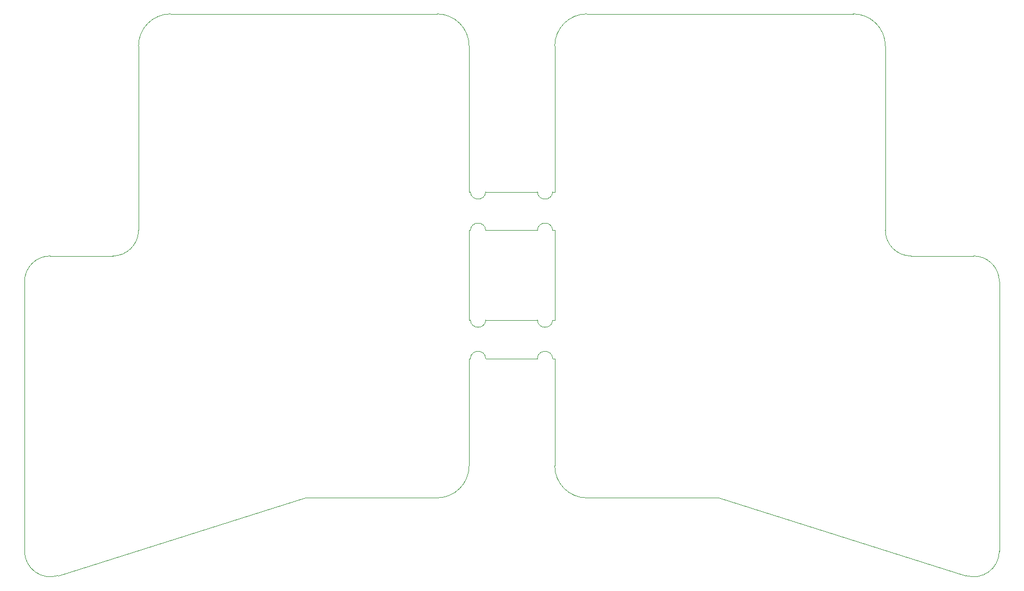
<source format=gbr>
%TF.GenerationSoftware,KiCad,Pcbnew,8.0.8*%
%TF.CreationDate,2025-01-29T21:57:57-05:00*%
%TF.ProjectId,rasgueado_thumbs,72617367-7565-4616-946f-5f7468756d62,rev?*%
%TF.SameCoordinates,Original*%
%TF.FileFunction,Profile,NP*%
%FSLAX46Y46*%
G04 Gerber Fmt 4.6, Leading zero omitted, Abs format (unit mm)*
G04 Created by KiCad (PCBNEW 8.0.8) date 2025-01-29 21:57:57*
%MOMM*%
%LPD*%
G01*
G04 APERTURE LIST*
%TA.AperFunction,Profile*%
%ADD10C,0.050000*%
%TD*%
G04 APERTURE END LIST*
D10*
X154999956Y-109262100D02*
X154686445Y-109262100D01*
X86158900Y-99262100D02*
X76408900Y-99262100D01*
X141856329Y-89262100D02*
X141658870Y-89262100D01*
X144255445Y-115261700D02*
X152287329Y-115261700D01*
X141658900Y-132000000D02*
X141658870Y-115261700D01*
X72408900Y-103262100D02*
X72408900Y-145310619D01*
X154999956Y-89262100D02*
X154686445Y-89262100D01*
X141658900Y-132000000D02*
G75*
G02*
X136658900Y-137000000I-5000000J0D01*
G01*
X141658870Y-95261700D02*
X141856329Y-95261700D01*
X136658900Y-61500000D02*
X95158900Y-61500000D01*
X136658900Y-61500000D02*
G75*
G02*
X141658900Y-66500000I0J-5000000D01*
G01*
X152287329Y-95261700D02*
G75*
G02*
X154686445Y-95261700I1199558J-75199D01*
G01*
X154686445Y-89262100D02*
G75*
G02*
X152287329Y-89262100I-1199558J75200D01*
G01*
X141856329Y-109262100D02*
X141658870Y-109262100D01*
X152287329Y-89262100D02*
X144255445Y-89262100D01*
X90158900Y-66500000D02*
G75*
G02*
X95158900Y-61500000I5000000J0D01*
G01*
X136658900Y-137000000D02*
X116158900Y-137000000D01*
X152287329Y-115261700D02*
G75*
G02*
X154686445Y-115261700I1199558J-75199D01*
G01*
X141658900Y-66500000D02*
X141658900Y-89262100D01*
X144255445Y-95261700D02*
X152287329Y-95261700D01*
X116158900Y-137000000D02*
X77609167Y-149126292D01*
X154686445Y-95261700D02*
X154999956Y-95261700D01*
X154999956Y-95261700D02*
X154999956Y-109262100D01*
X155000000Y-66500000D02*
X154999956Y-89262100D01*
X154999956Y-115261700D02*
X155000000Y-132000000D01*
X210500000Y-99262100D02*
G75*
G02*
X206500000Y-95262100I0J4000000D01*
G01*
X141658870Y-109262100D02*
X141658870Y-95261700D01*
X141856329Y-115261700D02*
G75*
G02*
X144255445Y-115261700I1199558J-75199D01*
G01*
X141856329Y-95261700D02*
G75*
G02*
X144255445Y-95261700I1199558J-75199D01*
G01*
X224250000Y-145310619D02*
G75*
G02*
X219049738Y-149126275I-4000000J19D01*
G01*
X77609167Y-149126292D02*
G75*
G02*
X72408882Y-145310619I-1200267J3815692D01*
G01*
X154686445Y-115261700D02*
X154999956Y-115261700D01*
X141658870Y-115261700D02*
X141856329Y-115261700D01*
X160000000Y-137000000D02*
G75*
G02*
X155000000Y-132000000I0J5000000D01*
G01*
X90158900Y-95262100D02*
G75*
G02*
X86158900Y-99262100I-4000000J0D01*
G01*
X144255445Y-89262100D02*
G75*
G02*
X141856329Y-89262100I-1199558J75200D01*
G01*
X160000000Y-61500000D02*
X201500000Y-61500000D01*
X144255445Y-109262100D02*
G75*
G02*
X141856329Y-109262100I-1199558J75200D01*
G01*
X90158900Y-66500000D02*
X90158900Y-95262100D01*
X201500000Y-61500000D02*
G75*
G02*
X206500000Y-66500000I0J-5000000D01*
G01*
X210500000Y-99262100D02*
X220250000Y-99262100D01*
X220250000Y-99262100D02*
G75*
G02*
X224250000Y-103262100I0J-4000000D01*
G01*
X180500000Y-137000000D02*
X219049733Y-149126292D01*
X206500000Y-66500000D02*
X206500000Y-95262100D01*
X224250000Y-103262100D02*
X224250000Y-145310619D01*
X152287329Y-109262100D02*
X144255445Y-109262100D01*
X72408900Y-103262100D02*
G75*
G02*
X76408900Y-99262100I4000000J0D01*
G01*
X154686445Y-109262100D02*
G75*
G02*
X152287329Y-109262100I-1199558J75200D01*
G01*
X155000000Y-66500000D02*
G75*
G02*
X160000000Y-61500000I5000000J0D01*
G01*
X160000000Y-137000000D02*
X180500000Y-137000000D01*
M02*

</source>
